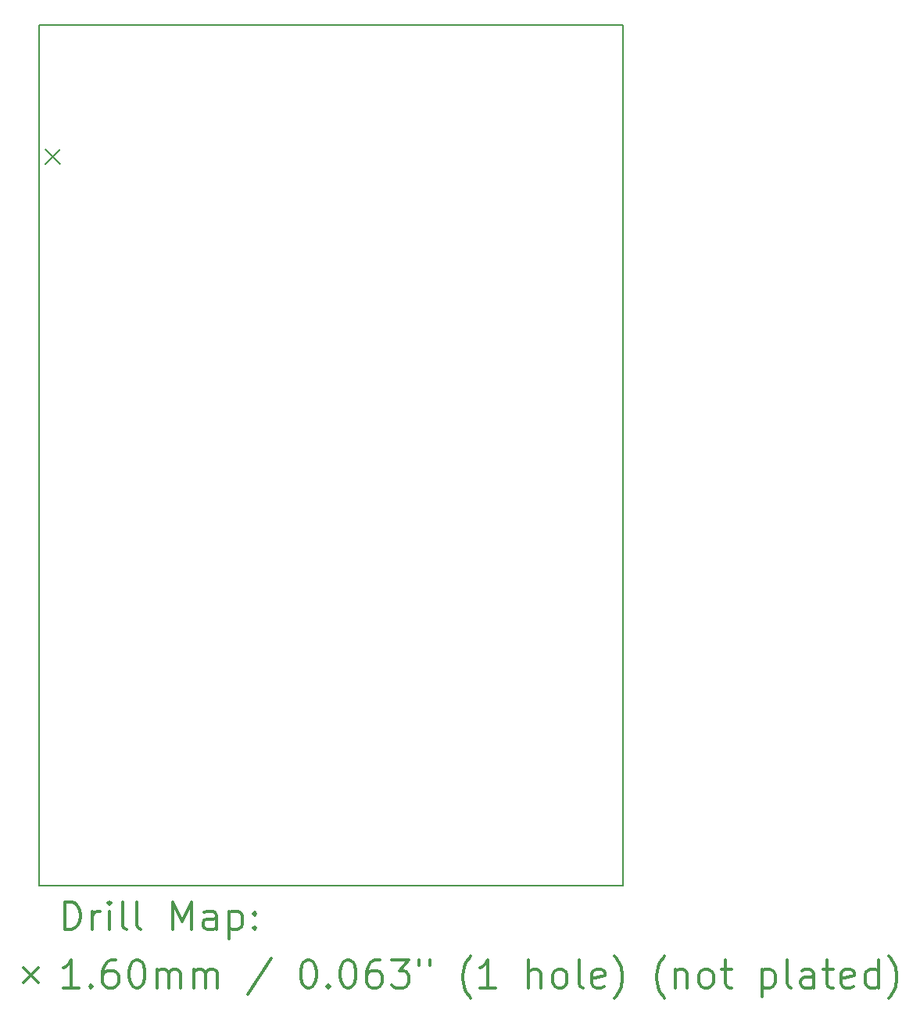
<source format=gbr>
%FSLAX45Y45*%
G04 Gerber Fmt 4.5, Leading zero omitted, Abs format (unit mm)*
G04 Created by KiCad (PCBNEW (5.1.2)-1) date 2019-05-23 11:52:04*
%MOMM*%
%LPD*%
G04 APERTURE LIST*
%ADD10C,0.150000*%
%ADD11C,0.200000*%
%ADD12C,0.300000*%
G04 APERTURE END LIST*
D10*
X22999700Y-13931900D02*
X16675100Y-13931900D01*
X22999700Y-4610100D02*
X22999700Y-13931900D01*
X16675100Y-4610100D02*
X22999700Y-4610100D01*
X16675100Y-13931900D02*
X16675100Y-4610100D01*
D11*
X16749200Y-5952500D02*
X16909200Y-6112500D01*
X16909200Y-5952500D02*
X16749200Y-6112500D01*
D12*
X16954028Y-14405114D02*
X16954028Y-14105114D01*
X17025457Y-14105114D01*
X17068314Y-14119400D01*
X17096886Y-14147971D01*
X17111171Y-14176543D01*
X17125457Y-14233686D01*
X17125457Y-14276543D01*
X17111171Y-14333686D01*
X17096886Y-14362257D01*
X17068314Y-14390829D01*
X17025457Y-14405114D01*
X16954028Y-14405114D01*
X17254028Y-14405114D02*
X17254028Y-14205114D01*
X17254028Y-14262257D02*
X17268314Y-14233686D01*
X17282600Y-14219400D01*
X17311171Y-14205114D01*
X17339743Y-14205114D01*
X17439743Y-14405114D02*
X17439743Y-14205114D01*
X17439743Y-14105114D02*
X17425457Y-14119400D01*
X17439743Y-14133686D01*
X17454028Y-14119400D01*
X17439743Y-14105114D01*
X17439743Y-14133686D01*
X17625457Y-14405114D02*
X17596886Y-14390829D01*
X17582600Y-14362257D01*
X17582600Y-14105114D01*
X17782600Y-14405114D02*
X17754028Y-14390829D01*
X17739743Y-14362257D01*
X17739743Y-14105114D01*
X18125457Y-14405114D02*
X18125457Y-14105114D01*
X18225457Y-14319400D01*
X18325457Y-14105114D01*
X18325457Y-14405114D01*
X18596886Y-14405114D02*
X18596886Y-14247971D01*
X18582600Y-14219400D01*
X18554028Y-14205114D01*
X18496886Y-14205114D01*
X18468314Y-14219400D01*
X18596886Y-14390829D02*
X18568314Y-14405114D01*
X18496886Y-14405114D01*
X18468314Y-14390829D01*
X18454028Y-14362257D01*
X18454028Y-14333686D01*
X18468314Y-14305114D01*
X18496886Y-14290829D01*
X18568314Y-14290829D01*
X18596886Y-14276543D01*
X18739743Y-14205114D02*
X18739743Y-14505114D01*
X18739743Y-14219400D02*
X18768314Y-14205114D01*
X18825457Y-14205114D01*
X18854028Y-14219400D01*
X18868314Y-14233686D01*
X18882600Y-14262257D01*
X18882600Y-14347971D01*
X18868314Y-14376543D01*
X18854028Y-14390829D01*
X18825457Y-14405114D01*
X18768314Y-14405114D01*
X18739743Y-14390829D01*
X19011171Y-14376543D02*
X19025457Y-14390829D01*
X19011171Y-14405114D01*
X18996886Y-14390829D01*
X19011171Y-14376543D01*
X19011171Y-14405114D01*
X19011171Y-14219400D02*
X19025457Y-14233686D01*
X19011171Y-14247971D01*
X18996886Y-14233686D01*
X19011171Y-14219400D01*
X19011171Y-14247971D01*
X16507600Y-14819400D02*
X16667600Y-14979400D01*
X16667600Y-14819400D02*
X16507600Y-14979400D01*
X17111171Y-15035114D02*
X16939743Y-15035114D01*
X17025457Y-15035114D02*
X17025457Y-14735114D01*
X16996886Y-14777971D01*
X16968314Y-14806543D01*
X16939743Y-14820829D01*
X17239743Y-15006543D02*
X17254028Y-15020829D01*
X17239743Y-15035114D01*
X17225457Y-15020829D01*
X17239743Y-15006543D01*
X17239743Y-15035114D01*
X17511171Y-14735114D02*
X17454028Y-14735114D01*
X17425457Y-14749400D01*
X17411171Y-14763686D01*
X17382600Y-14806543D01*
X17368314Y-14863686D01*
X17368314Y-14977971D01*
X17382600Y-15006543D01*
X17396886Y-15020829D01*
X17425457Y-15035114D01*
X17482600Y-15035114D01*
X17511171Y-15020829D01*
X17525457Y-15006543D01*
X17539743Y-14977971D01*
X17539743Y-14906543D01*
X17525457Y-14877971D01*
X17511171Y-14863686D01*
X17482600Y-14849400D01*
X17425457Y-14849400D01*
X17396886Y-14863686D01*
X17382600Y-14877971D01*
X17368314Y-14906543D01*
X17725457Y-14735114D02*
X17754028Y-14735114D01*
X17782600Y-14749400D01*
X17796886Y-14763686D01*
X17811171Y-14792257D01*
X17825457Y-14849400D01*
X17825457Y-14920829D01*
X17811171Y-14977971D01*
X17796886Y-15006543D01*
X17782600Y-15020829D01*
X17754028Y-15035114D01*
X17725457Y-15035114D01*
X17696886Y-15020829D01*
X17682600Y-15006543D01*
X17668314Y-14977971D01*
X17654028Y-14920829D01*
X17654028Y-14849400D01*
X17668314Y-14792257D01*
X17682600Y-14763686D01*
X17696886Y-14749400D01*
X17725457Y-14735114D01*
X17954028Y-15035114D02*
X17954028Y-14835114D01*
X17954028Y-14863686D02*
X17968314Y-14849400D01*
X17996886Y-14835114D01*
X18039743Y-14835114D01*
X18068314Y-14849400D01*
X18082600Y-14877971D01*
X18082600Y-15035114D01*
X18082600Y-14877971D02*
X18096886Y-14849400D01*
X18125457Y-14835114D01*
X18168314Y-14835114D01*
X18196886Y-14849400D01*
X18211171Y-14877971D01*
X18211171Y-15035114D01*
X18354028Y-15035114D02*
X18354028Y-14835114D01*
X18354028Y-14863686D02*
X18368314Y-14849400D01*
X18396886Y-14835114D01*
X18439743Y-14835114D01*
X18468314Y-14849400D01*
X18482600Y-14877971D01*
X18482600Y-15035114D01*
X18482600Y-14877971D02*
X18496886Y-14849400D01*
X18525457Y-14835114D01*
X18568314Y-14835114D01*
X18596886Y-14849400D01*
X18611171Y-14877971D01*
X18611171Y-15035114D01*
X19196886Y-14720829D02*
X18939743Y-15106543D01*
X19582600Y-14735114D02*
X19611171Y-14735114D01*
X19639743Y-14749400D01*
X19654028Y-14763686D01*
X19668314Y-14792257D01*
X19682600Y-14849400D01*
X19682600Y-14920829D01*
X19668314Y-14977971D01*
X19654028Y-15006543D01*
X19639743Y-15020829D01*
X19611171Y-15035114D01*
X19582600Y-15035114D01*
X19554028Y-15020829D01*
X19539743Y-15006543D01*
X19525457Y-14977971D01*
X19511171Y-14920829D01*
X19511171Y-14849400D01*
X19525457Y-14792257D01*
X19539743Y-14763686D01*
X19554028Y-14749400D01*
X19582600Y-14735114D01*
X19811171Y-15006543D02*
X19825457Y-15020829D01*
X19811171Y-15035114D01*
X19796886Y-15020829D01*
X19811171Y-15006543D01*
X19811171Y-15035114D01*
X20011171Y-14735114D02*
X20039743Y-14735114D01*
X20068314Y-14749400D01*
X20082600Y-14763686D01*
X20096886Y-14792257D01*
X20111171Y-14849400D01*
X20111171Y-14920829D01*
X20096886Y-14977971D01*
X20082600Y-15006543D01*
X20068314Y-15020829D01*
X20039743Y-15035114D01*
X20011171Y-15035114D01*
X19982600Y-15020829D01*
X19968314Y-15006543D01*
X19954028Y-14977971D01*
X19939743Y-14920829D01*
X19939743Y-14849400D01*
X19954028Y-14792257D01*
X19968314Y-14763686D01*
X19982600Y-14749400D01*
X20011171Y-14735114D01*
X20368314Y-14735114D02*
X20311171Y-14735114D01*
X20282600Y-14749400D01*
X20268314Y-14763686D01*
X20239743Y-14806543D01*
X20225457Y-14863686D01*
X20225457Y-14977971D01*
X20239743Y-15006543D01*
X20254028Y-15020829D01*
X20282600Y-15035114D01*
X20339743Y-15035114D01*
X20368314Y-15020829D01*
X20382600Y-15006543D01*
X20396886Y-14977971D01*
X20396886Y-14906543D01*
X20382600Y-14877971D01*
X20368314Y-14863686D01*
X20339743Y-14849400D01*
X20282600Y-14849400D01*
X20254028Y-14863686D01*
X20239743Y-14877971D01*
X20225457Y-14906543D01*
X20496886Y-14735114D02*
X20682600Y-14735114D01*
X20582600Y-14849400D01*
X20625457Y-14849400D01*
X20654028Y-14863686D01*
X20668314Y-14877971D01*
X20682600Y-14906543D01*
X20682600Y-14977971D01*
X20668314Y-15006543D01*
X20654028Y-15020829D01*
X20625457Y-15035114D01*
X20539743Y-15035114D01*
X20511171Y-15020829D01*
X20496886Y-15006543D01*
X20796886Y-14735114D02*
X20796886Y-14792257D01*
X20911171Y-14735114D02*
X20911171Y-14792257D01*
X21354028Y-15149400D02*
X21339743Y-15135114D01*
X21311171Y-15092257D01*
X21296886Y-15063686D01*
X21282600Y-15020829D01*
X21268314Y-14949400D01*
X21268314Y-14892257D01*
X21282600Y-14820829D01*
X21296886Y-14777971D01*
X21311171Y-14749400D01*
X21339743Y-14706543D01*
X21354028Y-14692257D01*
X21625457Y-15035114D02*
X21454028Y-15035114D01*
X21539743Y-15035114D02*
X21539743Y-14735114D01*
X21511171Y-14777971D01*
X21482600Y-14806543D01*
X21454028Y-14820829D01*
X21982600Y-15035114D02*
X21982600Y-14735114D01*
X22111171Y-15035114D02*
X22111171Y-14877971D01*
X22096886Y-14849400D01*
X22068314Y-14835114D01*
X22025457Y-14835114D01*
X21996886Y-14849400D01*
X21982600Y-14863686D01*
X22296886Y-15035114D02*
X22268314Y-15020829D01*
X22254028Y-15006543D01*
X22239743Y-14977971D01*
X22239743Y-14892257D01*
X22254028Y-14863686D01*
X22268314Y-14849400D01*
X22296886Y-14835114D01*
X22339743Y-14835114D01*
X22368314Y-14849400D01*
X22382600Y-14863686D01*
X22396886Y-14892257D01*
X22396886Y-14977971D01*
X22382600Y-15006543D01*
X22368314Y-15020829D01*
X22339743Y-15035114D01*
X22296886Y-15035114D01*
X22568314Y-15035114D02*
X22539743Y-15020829D01*
X22525457Y-14992257D01*
X22525457Y-14735114D01*
X22796886Y-15020829D02*
X22768314Y-15035114D01*
X22711171Y-15035114D01*
X22682600Y-15020829D01*
X22668314Y-14992257D01*
X22668314Y-14877971D01*
X22682600Y-14849400D01*
X22711171Y-14835114D01*
X22768314Y-14835114D01*
X22796886Y-14849400D01*
X22811171Y-14877971D01*
X22811171Y-14906543D01*
X22668314Y-14935114D01*
X22911171Y-15149400D02*
X22925457Y-15135114D01*
X22954028Y-15092257D01*
X22968314Y-15063686D01*
X22982600Y-15020829D01*
X22996886Y-14949400D01*
X22996886Y-14892257D01*
X22982600Y-14820829D01*
X22968314Y-14777971D01*
X22954028Y-14749400D01*
X22925457Y-14706543D01*
X22911171Y-14692257D01*
X23454028Y-15149400D02*
X23439743Y-15135114D01*
X23411171Y-15092257D01*
X23396886Y-15063686D01*
X23382600Y-15020829D01*
X23368314Y-14949400D01*
X23368314Y-14892257D01*
X23382600Y-14820829D01*
X23396886Y-14777971D01*
X23411171Y-14749400D01*
X23439743Y-14706543D01*
X23454028Y-14692257D01*
X23568314Y-14835114D02*
X23568314Y-15035114D01*
X23568314Y-14863686D02*
X23582600Y-14849400D01*
X23611171Y-14835114D01*
X23654028Y-14835114D01*
X23682600Y-14849400D01*
X23696886Y-14877971D01*
X23696886Y-15035114D01*
X23882600Y-15035114D02*
X23854028Y-15020829D01*
X23839743Y-15006543D01*
X23825457Y-14977971D01*
X23825457Y-14892257D01*
X23839743Y-14863686D01*
X23854028Y-14849400D01*
X23882600Y-14835114D01*
X23925457Y-14835114D01*
X23954028Y-14849400D01*
X23968314Y-14863686D01*
X23982600Y-14892257D01*
X23982600Y-14977971D01*
X23968314Y-15006543D01*
X23954028Y-15020829D01*
X23925457Y-15035114D01*
X23882600Y-15035114D01*
X24068314Y-14835114D02*
X24182600Y-14835114D01*
X24111171Y-14735114D02*
X24111171Y-14992257D01*
X24125457Y-15020829D01*
X24154028Y-15035114D01*
X24182600Y-15035114D01*
X24511171Y-14835114D02*
X24511171Y-15135114D01*
X24511171Y-14849400D02*
X24539743Y-14835114D01*
X24596886Y-14835114D01*
X24625457Y-14849400D01*
X24639743Y-14863686D01*
X24654028Y-14892257D01*
X24654028Y-14977971D01*
X24639743Y-15006543D01*
X24625457Y-15020829D01*
X24596886Y-15035114D01*
X24539743Y-15035114D01*
X24511171Y-15020829D01*
X24825457Y-15035114D02*
X24796886Y-15020829D01*
X24782600Y-14992257D01*
X24782600Y-14735114D01*
X25068314Y-15035114D02*
X25068314Y-14877971D01*
X25054028Y-14849400D01*
X25025457Y-14835114D01*
X24968314Y-14835114D01*
X24939743Y-14849400D01*
X25068314Y-15020829D02*
X25039743Y-15035114D01*
X24968314Y-15035114D01*
X24939743Y-15020829D01*
X24925457Y-14992257D01*
X24925457Y-14963686D01*
X24939743Y-14935114D01*
X24968314Y-14920829D01*
X25039743Y-14920829D01*
X25068314Y-14906543D01*
X25168314Y-14835114D02*
X25282600Y-14835114D01*
X25211171Y-14735114D02*
X25211171Y-14992257D01*
X25225457Y-15020829D01*
X25254028Y-15035114D01*
X25282600Y-15035114D01*
X25496886Y-15020829D02*
X25468314Y-15035114D01*
X25411171Y-15035114D01*
X25382600Y-15020829D01*
X25368314Y-14992257D01*
X25368314Y-14877971D01*
X25382600Y-14849400D01*
X25411171Y-14835114D01*
X25468314Y-14835114D01*
X25496886Y-14849400D01*
X25511171Y-14877971D01*
X25511171Y-14906543D01*
X25368314Y-14935114D01*
X25768314Y-15035114D02*
X25768314Y-14735114D01*
X25768314Y-15020829D02*
X25739743Y-15035114D01*
X25682600Y-15035114D01*
X25654028Y-15020829D01*
X25639743Y-15006543D01*
X25625457Y-14977971D01*
X25625457Y-14892257D01*
X25639743Y-14863686D01*
X25654028Y-14849400D01*
X25682600Y-14835114D01*
X25739743Y-14835114D01*
X25768314Y-14849400D01*
X25882600Y-15149400D02*
X25896886Y-15135114D01*
X25925457Y-15092257D01*
X25939743Y-15063686D01*
X25954028Y-15020829D01*
X25968314Y-14949400D01*
X25968314Y-14892257D01*
X25954028Y-14820829D01*
X25939743Y-14777971D01*
X25925457Y-14749400D01*
X25896886Y-14706543D01*
X25882600Y-14692257D01*
M02*

</source>
